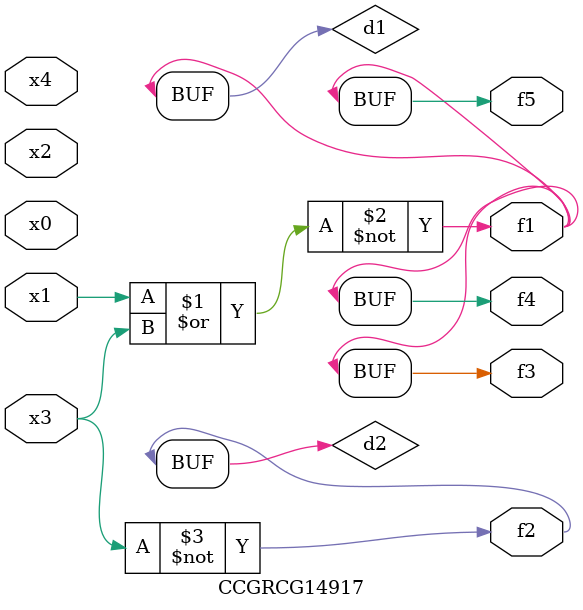
<source format=v>
module CCGRCG14917(
	input x0, x1, x2, x3, x4,
	output f1, f2, f3, f4, f5
);

	wire d1, d2;

	nor (d1, x1, x3);
	not (d2, x3);
	assign f1 = d1;
	assign f2 = d2;
	assign f3 = d1;
	assign f4 = d1;
	assign f5 = d1;
endmodule

</source>
